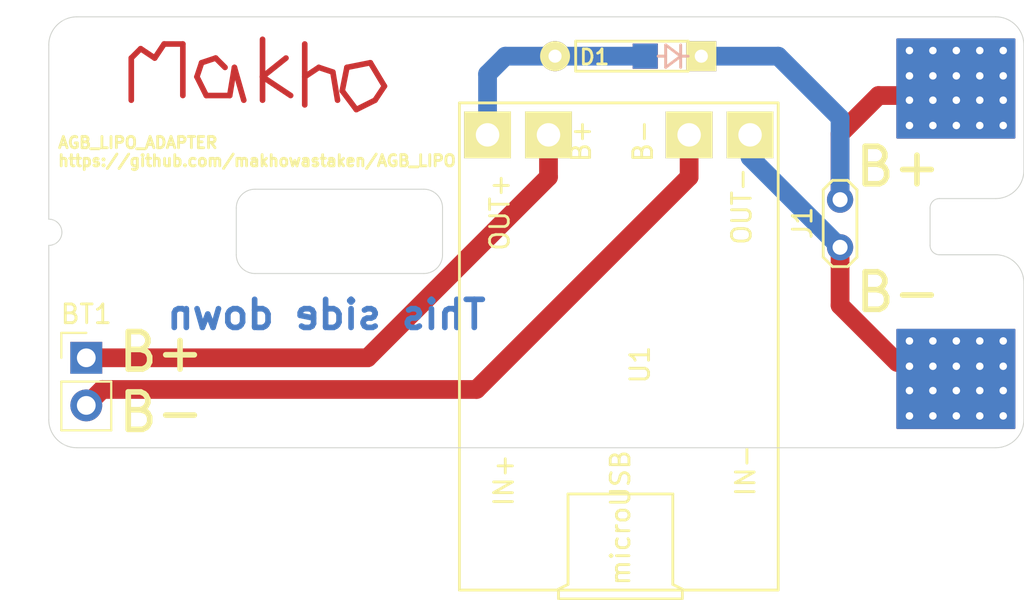
<source format=kicad_pcb>
(kicad_pcb (version 20171130) (host pcbnew "(5.1.5)-2")

  (general
    (thickness 1.6)
    (drawings 40)
    (tracks 61)
    (zones 0)
    (modules 5)
    (nets 6)
  )

  (page A4)
  (layers
    (0 F.Cu signal)
    (31 B.Cu signal)
    (32 B.Adhes user)
    (33 F.Adhes user)
    (34 B.Paste user)
    (35 F.Paste user)
    (36 B.SilkS user)
    (37 F.SilkS user)
    (38 B.Mask user)
    (39 F.Mask user)
    (40 Dwgs.User user)
    (41 Cmts.User user)
    (42 Eco1.User user)
    (43 Eco2.User user)
    (44 Edge.Cuts user)
    (45 Margin user)
    (46 B.CrtYd user)
    (47 F.CrtYd user)
    (48 B.Fab user)
    (49 F.Fab user)
  )

  (setup
    (last_trace_width 1)
    (user_trace_width 1)
    (trace_clearance 0.2)
    (zone_clearance 0.508)
    (zone_45_only no)
    (trace_min 0.2)
    (via_size 0.8)
    (via_drill 0.4)
    (via_min_size 0.4)
    (via_min_drill 0.3)
    (uvia_size 0.3)
    (uvia_drill 0.1)
    (uvias_allowed no)
    (uvia_min_size 0.2)
    (uvia_min_drill 0.1)
    (edge_width 0.05)
    (segment_width 0.2)
    (pcb_text_width 0.3)
    (pcb_text_size 1.5 1.5)
    (mod_edge_width 0.12)
    (mod_text_size 1 1)
    (mod_text_width 0.15)
    (pad_size 1.524 1.524)
    (pad_drill 0.762)
    (pad_to_mask_clearance 0.051)
    (solder_mask_min_width 0.25)
    (aux_axis_origin 0 0)
    (visible_elements 7FFFFFFF)
    (pcbplotparams
      (layerselection 0x010f0_ffffffff)
      (usegerberextensions true)
      (usegerberattributes false)
      (usegerberadvancedattributes false)
      (creategerberjobfile false)
      (excludeedgelayer true)
      (linewidth 0.100000)
      (plotframeref false)
      (viasonmask false)
      (mode 1)
      (useauxorigin false)
      (hpglpennumber 1)
      (hpglpenspeed 20)
      (hpglpendiameter 15.000000)
      (psnegative false)
      (psa4output false)
      (plotreference true)
      (plotvalue true)
      (plotinvisibletext false)
      (padsonsilk false)
      (subtractmaskfromsilk false)
      (outputformat 1)
      (mirror false)
      (drillshape 0)
      (scaleselection 1)
      (outputdirectory "gerbers/"))
  )

  (net 0 "")
  (net 1 "Net-(BT1-Pad2)")
  (net 2 "Net-(BT1-Pad1)")
  (net 3 "Net-(D1-Pad2)")
  (net 4 "Net-(D1-Pad1)")
  (net 5 "Net-(J1-Pad1)")

  (net_class Default "This is the default net class."
    (clearance 0.2)
    (trace_width 0.25)
    (via_dia 0.8)
    (via_drill 0.4)
    (uvia_dia 0.3)
    (uvia_drill 0.1)
    (add_net "Net-(BT1-Pad1)")
    (add_net "Net-(BT1-Pad2)")
    (add_net "Net-(D1-Pad1)")
    (add_net "Net-(D1-Pad2)")
    (add_net "Net-(J1-Pad1)")
  )

  (module misc_footprints:makho_fmask (layer F.Cu) (tedit 5E2E043C) (tstamp 5E2E662F)
    (at 85.9 22.5)
    (fp_text reference REF** (at -3 4) (layer F.SilkS) hide
      (effects (font (size 1 1) (thickness 0.15)))
    )
    (fp_text value makho_fmask (at 0 -3.25) (layer F.Fab)
      (effects (font (size 1 1) (thickness 0.15)))
    )
    (fp_line (start 2.75 -1.75) (end 2.75 1.5) (layer F.Mask) (width 0.3))
    (fp_line (start 1.75 -1) (end 0.5 0) (layer F.Mask) (width 0.3))
    (fp_line (start 4.75 0.75) (end 5.5 1.75) (layer F.Mask) (width 0.3))
    (fp_line (start 5.5 1.75) (end 6.5 1.25) (layer F.Mask) (width 0.3))
    (fp_line (start 3.5 -0.5) (end 4.25 -0.25) (layer F.Mask) (width 0.3))
    (fp_line (start 5 -0.5) (end 4.75 0.75) (layer F.Mask) (width 0.3))
    (fp_line (start 2.75 0) (end 3.5 -0.5) (layer F.Mask) (width 0.3))
    (fp_line (start 0.5 0) (end 2 1) (layer F.Mask) (width 0.3))
    (fp_line (start 0.5 -2) (end 0.5 1.25) (layer F.Mask) (width 0.3))
    (fp_line (start -1 -0.5) (end -0.5 1.25) (layer F.Mask) (width 0.3))
    (fp_line (start -3 0) (end -2.5 1) (layer F.Mask) (width 0.3))
    (fp_line (start -2.75 -0.75) (end -3 0) (layer F.Mask) (width 0.3))
    (fp_line (start -3.75 -1.75) (end -3.75 1) (layer F.Mask) (width 0.3))
    (fp_line (start 6.25 -0.75) (end 5 -0.5) (layer F.Mask) (width 0.3))
    (fp_line (start -2.5 1) (end -1.25 1) (layer F.Mask) (width 0.3))
    (fp_line (start 4.25 -0.25) (end 4.5 1.25) (layer F.Mask) (width 0.3))
    (fp_line (start -2 -1) (end -2.75 -0.75) (layer F.Mask) (width 0.3))
    (fp_line (start 6.5 1.25) (end 7 0.5) (layer F.Mask) (width 0.3))
    (fp_line (start -1.25 1) (end -1 -0.5) (layer F.Mask) (width 0.3))
    (fp_line (start -1.5 -0.5) (end -2 -1) (layer F.Mask) (width 0.3))
    (fp_line (start 7 0.5) (end 6.25 -0.75) (layer F.Mask) (width 0.3))
    (fp_line (start -4.75 -1.75) (end -3.75 -1.75) (layer F.Cu) (width 0.3))
    (fp_line (start -6 -1.5) (end -5.25 -1) (layer F.Mask) (width 0.3))
    (fp_line (start -5.25 -1) (end -4.75 -1.75) (layer F.Mask) (width 0.3))
    (fp_line (start -6.5 -1) (end -6 -1.5) (layer F.Mask) (width 0.3))
    (fp_line (start -6.5 1.25) (end -6.5 -1) (layer F.Mask) (width 0.3))
    (fp_line (start -7.5 -2.5) (end -7.5 2.5) (layer Dwgs.User) (width 0.15))
    (fp_line (start -7.5 -2.5) (end 7.5 -2.5) (layer Dwgs.User) (width 0.15))
    (fp_line (start 7.5 2.5) (end 7.5 -2.5) (layer Dwgs.User) (width 0.15))
    (fp_line (start -7.5 2.5) (end 7.5 2.5) (layer Dwgs.User) (width 0.15))
    (fp_line (start -6.5 1.25) (end -6.5 -1) (layer F.Cu) (width 0.3))
    (fp_line (start -6.5 -1) (end -6 -1.5) (layer F.Cu) (width 0.3))
    (fp_line (start -6 -1.5) (end -5.25 -1) (layer F.Cu) (width 0.3))
    (fp_line (start -5.25 -1) (end -4.75 -1.75) (layer F.Cu) (width 0.3))
    (fp_line (start -4.75 -1.75) (end -3.75 -1.75) (layer F.Mask) (width 0.3))
    (fp_line (start -3.75 -1.75) (end -3.75 1) (layer F.Cu) (width 0.3))
    (fp_line (start -1.5 -0.5) (end -2 -1) (layer F.Cu) (width 0.3))
    (fp_line (start -2 -1) (end -2.75 -0.75) (layer F.Cu) (width 0.3))
    (fp_line (start -2.75 -0.75) (end -3 0) (layer F.Cu) (width 0.3))
    (fp_line (start -3 0) (end -2.5 1) (layer F.Cu) (width 0.3))
    (fp_line (start -2.5 1) (end -1.25 1) (layer F.Cu) (width 0.3))
    (fp_line (start -1.25 1) (end -1 -0.5) (layer F.Cu) (width 0.3))
    (fp_line (start -1 -0.5) (end -0.5 1.25) (layer F.Cu) (width 0.3))
    (fp_line (start 0.5 -2) (end 0.5 1.25) (layer F.Cu) (width 0.3))
    (fp_line (start 1.75 -1) (end 0.5 0) (layer F.Cu) (width 0.3))
    (fp_line (start 0.5 0) (end 2 1) (layer F.Cu) (width 0.3))
    (fp_line (start 2.75 -1.75) (end 2.75 1.5) (layer F.Cu) (width 0.3))
    (fp_line (start 2.75 0) (end 3.5 -0.5) (layer F.Cu) (width 0.3))
    (fp_line (start 3.5 -0.5) (end 4.25 -0.25) (layer F.Cu) (width 0.3))
    (fp_line (start 4.25 -0.25) (end 4.5 1.25) (layer F.Cu) (width 0.3))
    (fp_line (start 6.25 -0.75) (end 5 -0.5) (layer F.Cu) (width 0.3))
    (fp_line (start 5 -0.5) (end 4.75 0.75) (layer F.Cu) (width 0.3))
    (fp_line (start 4.75 0.75) (end 5.5 1.75) (layer F.Cu) (width 0.3))
    (fp_line (start 5.5 1.75) (end 6.5 1.25) (layer F.Cu) (width 0.3))
    (fp_line (start 6.5 1.25) (end 7 0.5) (layer F.Cu) (width 0.3))
    (fp_line (start 7 0.5) (end 6.25 -0.75) (layer F.Cu) (width 0.3))
  )

  (module misc_footprints:4056E_LiIon_loader (layer F.Cu) (tedit 5E2DFE2C) (tstamp 5E2E4B01)
    (at 105.4 36.6 90)
    (path /5E2E0507)
    (fp_text reference U1 (at -1.266 1.13 90) (layer F.SilkS)
      (effects (font (size 1 1) (thickness 0.15)))
    )
    (fp_text value tp4056_board-tp4056 (at 0.66 -3.46 90) (layer F.Fab)
      (effects (font (size 1 1) (thickness 0.15)))
    )
    (fp_line (start 12.706 -8.5) (end 12.706 8.5) (layer F.SilkS) (width 0.15))
    (fp_line (start -13.296 8.5) (end -13.296 -8.5) (layer F.SilkS) (width 0.15))
    (fp_text user IN+ (at -7.43 -6.13 90) (layer F.SilkS)
      (effects (font (size 1 1) (thickness 0.15)))
    )
    (fp_text user IN- (at -6.9 6.76 90) (layer F.SilkS)
      (effects (font (size 1 1) (thickness 0.15)))
    )
    (fp_text user OUT+ (at 6.87 -6.348 90) (layer F.SilkS)
      (effects (font (size 1 1) (thickness 0.15)))
    )
    (fp_text user OUT- (at 7.19 6.556 90) (layer F.SilkS)
      (effects (font (size 1 1) (thickness 0.15)))
    )
    (fp_text user B+ (at 10.674 -2.012 90) (layer F.SilkS)
      (effects (font (size 1 1) (thickness 0.15)))
    )
    (fp_text user B- (at 10.674 1.29 90) (layer F.SilkS)
      (effects (font (size 1 1) (thickness 0.15)))
    )
    (fp_line (start -8.168 2.88) (end -12.74 2.88) (layer F.SilkS) (width 0.15))
    (fp_line (start -8.168 -2.708) (end -8.168 2.88) (layer F.SilkS) (width 0.15))
    (fp_line (start -12.994 -2.708) (end -8.168 -2.708) (layer F.SilkS) (width 0.15))
    (fp_line (start -13.248 -3.216) (end -12.994 -2.708) (layer F.SilkS) (width 0.15))
    (fp_line (start -13.756 -3.216) (end -13.248 -3.216) (layer F.SilkS) (width 0.15))
    (fp_line (start -12.994 2.88) (end -12.74 2.88) (layer F.SilkS) (width 0.15))
    (fp_line (start -13.248 3.388) (end -12.994 2.88) (layer F.SilkS) (width 0.15))
    (fp_line (start -13.756 3.388) (end -13.248 3.388) (layer F.SilkS) (width 0.15))
    (fp_text user microUSB (at -9.438 0.086 270) (layer F.SilkS)
      (effects (font (size 1 1) (thickness 0.15)))
    )
    (fp_line (start -13.77 3.36) (end -13.77 -3.19) (layer F.SilkS) (width 0.15))
    (fp_line (start -13.3 -8.5) (end 12.7 -8.5) (layer F.SilkS) (width 0.15))
    (fp_line (start -13.29 8.5) (end 12.7 8.5) (layer F.SilkS) (width 0.15))
    (pad 4 thru_hole rect (at 11 3.75 90) (size 2.5 2.5) (drill 1.25) (layers *.Cu *.Mask F.SilkS)
      (net 1 "Net-(BT1-Pad2)"))
    (pad 3 thru_hole rect (at 11 -3.75 90) (size 2.5 2.5) (drill 1.25) (layers *.Cu *.Mask F.SilkS)
      (net 2 "Net-(BT1-Pad1)"))
    (pad 5 thru_hole rect (at 11 -7 90) (size 2.5 2.5) (drill 1.25) (layers *.Cu *.Mask F.SilkS)
      (net 3 "Net-(D1-Pad2)"))
    (pad 6 thru_hole rect (at 11 7 90) (size 2.5 2.5) (drill 1.25) (layers *.Cu *.Mask F.SilkS)
      (net 5 "Net-(J1-Pad1)"))
  )

  (module TestPoint:TestPoint_2Pads_Pitch2.54mm_Drill0.8mm (layer F.Cu) (tedit 5A0F774F) (tstamp 5E2E495F)
    (at 117.2 31.6 90)
    (descr "Test point with 2 pins, pitch 2.54mm, drill diameter 0.8mm")
    (tags "CONN DEV")
    (path /5E2E1CEE)
    (attr virtual)
    (fp_text reference J1 (at 1.3 -2 90) (layer F.SilkS)
      (effects (font (size 1 1) (thickness 0.15)))
    )
    (fp_text value Conn_01x02_Male (at 1.27 2 90) (layer F.Fab)
      (effects (font (size 1 1) (thickness 0.15)))
    )
    (fp_line (start -1.03 -0.4) (end -0.53 -0.9) (layer F.SilkS) (width 0.15))
    (fp_line (start -1.03 0.4) (end -1.03 -0.4) (layer F.SilkS) (width 0.15))
    (fp_line (start -0.53 0.9) (end -1.03 0.4) (layer F.SilkS) (width 0.15))
    (fp_line (start 3.07 0.9) (end -0.53 0.9) (layer F.SilkS) (width 0.15))
    (fp_line (start 3.57 0.4) (end 3.07 0.9) (layer F.SilkS) (width 0.15))
    (fp_line (start 3.57 -0.4) (end 3.57 0.4) (layer F.SilkS) (width 0.15))
    (fp_line (start 3.07 -0.9) (end 3.57 -0.4) (layer F.SilkS) (width 0.15))
    (fp_line (start -0.53 -0.9) (end 3.07 -0.9) (layer F.SilkS) (width 0.15))
    (fp_line (start -1.3 0.5) (end -0.65 1.15) (layer F.CrtYd) (width 0.05))
    (fp_line (start -1.3 -0.5) (end -1.3 0.5) (layer F.CrtYd) (width 0.05))
    (fp_line (start -0.65 -1.15) (end -1.3 -0.5) (layer F.CrtYd) (width 0.05))
    (fp_line (start 3.15 -1.15) (end -0.65 -1.15) (layer F.CrtYd) (width 0.05))
    (fp_line (start 3.8 -0.5) (end 3.15 -1.15) (layer F.CrtYd) (width 0.05))
    (fp_line (start 3.8 0.5) (end 3.8 -0.5) (layer F.CrtYd) (width 0.05))
    (fp_line (start 3.15 1.15) (end 3.8 0.5) (layer F.CrtYd) (width 0.05))
    (fp_line (start -0.65 1.15) (end 3.15 1.15) (layer F.CrtYd) (width 0.05))
    (fp_text user %R (at 1.3 -2 90) (layer F.Fab)
      (effects (font (size 1 1) (thickness 0.15)))
    )
    (pad 2 thru_hole circle (at 2.54 0 90) (size 1.4 1.4) (drill 0.8) (layers *.Cu *.Mask)
      (net 4 "Net-(D1-Pad1)"))
    (pad 1 thru_hole circle (at 0 0 90) (size 1.4 1.4) (drill 0.8) (layers *.Cu *.Mask)
      (net 5 "Net-(J1-Pad1)"))
  )

  (module misc_footprints:Diode-hybrid-3pad (layer F.Cu) (tedit 59509714) (tstamp 5E2E4948)
    (at 105.9 21.4)
    (path /5E2E0B2B)
    (attr smd)
    (fp_text reference D1 (at -1.8 0.0508) (layer F.SilkS)
      (effects (font (size 0.8 0.8) (thickness 0.15)))
    )
    (fp_text value D (at 0 -1.925) (layer F.SilkS) hide
      (effects (font (size 0.8 0.8) (thickness 0.15)))
    )
    (fp_line (start 2 -0.6) (end 2 0.6) (layer F.SilkS) (width 0.15))
    (fp_line (start 2.8 -0.6) (end 2.8 0.6) (layer F.SilkS) (width 0.15))
    (fp_line (start 2.8 0) (end 2 -0.6) (layer B.SilkS) (width 0.15))
    (fp_line (start 2 -0.6) (end 2 0.6) (layer B.SilkS) (width 0.15))
    (fp_line (start 2 0.6) (end 2.8 0) (layer B.SilkS) (width 0.15))
    (fp_line (start 2.8 -0.6) (end 2.8 0.6) (layer B.SilkS) (width 0.15))
    (fp_line (start 2 -0.6) (end 2.8 0) (layer F.SilkS) (width 0.15))
    (fp_line (start 2.8 0) (end 2 0.6) (layer F.SilkS) (width 0.15))
    (fp_line (start 2.8 0) (end 3.2 0) (layer F.SilkS) (width 0.15))
    (fp_line (start 2 0) (end 1.6 0) (layer F.SilkS) (width 0.15))
    (fp_line (start 2 0) (end 1.6 0) (layer B.SilkS) (width 0.15))
    (fp_line (start 2.8 0) (end 3.2 0) (layer B.SilkS) (width 0.15))
    (fp_line (start -2.8 -0.8) (end -2.8 0.8) (layer F.SilkS) (width 0.15))
    (fp_line (start -2.8 0.8) (end 3.2 0.8) (layer F.SilkS) (width 0.15))
    (fp_line (start 3.2 0.8) (end 3.2 -0.8) (layer F.SilkS) (width 0.15))
    (fp_line (start 3.2 -0.8) (end -2.8 -0.8) (layer F.SilkS) (width 0.15))
    (pad 2 smd rect (at -1.5 0) (size 4 0.25) (layers F.Cu)
      (net 3 "Net-(D1-Pad2)") (solder_mask_margin -999))
    (pad 1 thru_hole rect (at 3.9 0) (size 1.6 1.6) (drill 0.7) (layers *.Cu *.Mask F.SilkS)
      (net 4 "Net-(D1-Pad1)"))
    (pad 2 thru_hole circle (at -3.9 0) (size 1.6 1.6) (drill 0.7) (layers *.Cu *.Mask F.SilkS)
      (net 3 "Net-(D1-Pad2)"))
    (pad 2 smd rect (at 0.91 0) (size 1.34 1.34) (layers F.Cu F.Paste F.Mask)
      (net 3 "Net-(D1-Pad2)"))
    (pad 2 smd rect (at 0.91 0) (size 1.34 1.34) (layers B.Cu B.Paste B.Mask)
      (net 3 "Net-(D1-Pad2)"))
    (pad 2 smd rect (at -1.5 0) (size 4 0.25) (layers B.Cu)
      (net 3 "Net-(D1-Pad2)") (solder_mask_margin -999))
  )

  (module Connector_PinHeader_2.54mm:PinHeader_1x02_P2.54mm_Vertical (layer F.Cu) (tedit 59FED5CC) (tstamp 5E2E58FD)
    (at 77 37.5)
    (descr "Through hole straight pin header, 1x02, 2.54mm pitch, single row")
    (tags "Through hole pin header THT 1x02 2.54mm single row")
    (path /5E2E12D0)
    (fp_text reference BT1 (at 0 -2.33) (layer F.SilkS)
      (effects (font (size 1 1) (thickness 0.15)))
    )
    (fp_text value Battery_Cell (at 0 4.87) (layer F.Fab)
      (effects (font (size 1 1) (thickness 0.15)))
    )
    (fp_text user %R (at 0 1.27 90) (layer F.Fab)
      (effects (font (size 1 1) (thickness 0.15)))
    )
    (fp_line (start 1.8 -1.8) (end -1.8 -1.8) (layer F.CrtYd) (width 0.05))
    (fp_line (start 1.8 4.35) (end 1.8 -1.8) (layer F.CrtYd) (width 0.05))
    (fp_line (start -1.8 4.35) (end 1.8 4.35) (layer F.CrtYd) (width 0.05))
    (fp_line (start -1.8 -1.8) (end -1.8 4.35) (layer F.CrtYd) (width 0.05))
    (fp_line (start -1.33 -1.33) (end 0 -1.33) (layer F.SilkS) (width 0.12))
    (fp_line (start -1.33 0) (end -1.33 -1.33) (layer F.SilkS) (width 0.12))
    (fp_line (start -1.33 1.27) (end 1.33 1.27) (layer F.SilkS) (width 0.12))
    (fp_line (start 1.33 1.27) (end 1.33 3.87) (layer F.SilkS) (width 0.12))
    (fp_line (start -1.33 1.27) (end -1.33 3.87) (layer F.SilkS) (width 0.12))
    (fp_line (start -1.33 3.87) (end 1.33 3.87) (layer F.SilkS) (width 0.12))
    (fp_line (start -1.27 -0.635) (end -0.635 -1.27) (layer F.Fab) (width 0.1))
    (fp_line (start -1.27 3.81) (end -1.27 -0.635) (layer F.Fab) (width 0.1))
    (fp_line (start 1.27 3.81) (end -1.27 3.81) (layer F.Fab) (width 0.1))
    (fp_line (start 1.27 -1.27) (end 1.27 3.81) (layer F.Fab) (width 0.1))
    (fp_line (start -0.635 -1.27) (end 1.27 -1.27) (layer F.Fab) (width 0.1))
    (pad 2 thru_hole oval (at 0 2.54) (size 1.7 1.7) (drill 1) (layers *.Cu *.Mask)
      (net 1 "Net-(BT1-Pad2)"))
    (pad 1 thru_hole rect (at 0 0) (size 1.7 1.7) (drill 1) (layers *.Cu *.Mask)
      (net 2 "Net-(BT1-Pad1)"))
    (model ${KISYS3DMOD}/Connector_PinHeader_2.54mm.3dshapes/PinHeader_1x02_P2.54mm_Vertical.wrl
      (at (xyz 0 0 0))
      (scale (xyz 1 1 1))
      (rotate (xyz 0 0 0))
    )
  )

  (gr_text "AGB_LIPO_ADAPTER\nhttps://github.com/makhowastaken/AGB_LIPO" (at 75.421429 26.5) (layer F.SilkS)
    (effects (font (size 0.6 0.6) (thickness 0.15)) (justify left))
  )
  (gr_text B- (at 120.3 34) (layer F.SilkS) (tstamp 5E2E59D5)
    (effects (font (size 2 2) (thickness 0.3)))
  )
  (gr_text B+ (at 120.3 27.3) (layer F.SilkS) (tstamp 5E2E59D5)
    (effects (font (size 2 2) (thickness 0.3)))
  )
  (gr_text "This side down" (at 89.8 35.2) (layer B.Mask) (tstamp 5E2E59C1)
    (effects (font (size 1.5 1.5) (thickness 0.3)) (justify mirror))
  )
  (gr_text "This side down" (at 89.8 35.2) (layer B.Cu)
    (effects (font (size 1.5 1.5) (thickness 0.3)) (justify mirror))
  )
  (gr_text "B+\nB-" (at 81 38.8) (layer F.SilkS)
    (effects (font (size 2 2) (thickness 0.3)))
  )
  (gr_poly (pts (xy 126.5 41.25) (xy 120.25 41.25) (xy 120.25 36) (xy 126.5 36)) (layer B.Mask) (width 0.1) (tstamp 5E2E4E60))
  (gr_poly (pts (xy 126.5 41.25) (xy 120.25 41.25) (xy 120.25 36) (xy 126.5 36)) (layer B.Cu) (width 0.1) (tstamp 5E2E4E60))
  (gr_poly (pts (xy 126.5 41.25) (xy 120.25 41.25) (xy 120.25 36) (xy 126.5 36)) (layer F.Cu) (width 0.1))
  (gr_poly (pts (xy 126.5 41.25) (xy 120.25 41.25) (xy 120.25 36) (xy 126.5 36)) (layer F.Mask) (width 0.1) (tstamp 5E2E4BED))
  (gr_poly (pts (xy 126.5 25.75) (xy 120.25 25.75) (xy 120.25 20.5) (xy 126.5 20.5)) (layer B.Mask) (width 0.1) (tstamp 5E2E4E60))
  (gr_poly (pts (xy 126.5 25.75) (xy 120.25 25.75) (xy 120.25 20.5) (xy 126.5 20.5)) (layer B.Cu) (width 0.1) (tstamp 5E2E4E60))
  (gr_arc (start 122.5 31.5) (end 122 31.5) (angle -90) (layer Edge.Cuts) (width 0.05))
  (gr_arc (start 122.5 29.5) (end 122.5 29) (angle -90) (layer Edge.Cuts) (width 0.05))
  (gr_poly (pts (xy 126.5 25.75) (xy 120.25 25.75) (xy 120.25 20.5) (xy 126.5 20.5)) (layer F.Mask) (width 0.1) (tstamp 5E2E4BEC))
  (gr_poly (pts (xy 126.5 25.75) (xy 120.25 25.75) (xy 120.25 20.5) (xy 126.5 20.5)) (layer F.Cu) (width 0.1) (tstamp 5E2E4BE7))
  (gr_arc (start 86 29.5) (end 86 28.5) (angle -90) (layer Edge.Cuts) (width 0.05) (tstamp 5E2E4BCF))
  (gr_arc (start 86 32) (end 85 32) (angle -90) (layer Edge.Cuts) (width 0.05) (tstamp 5E2E4BCF))
  (gr_arc (start 95 32) (end 95 33) (angle -90) (layer Edge.Cuts) (width 0.05) (tstamp 5E2E4BCF))
  (gr_arc (start 95 29.5) (end 96 29.5) (angle -90) (layer Edge.Cuts) (width 0.05))
  (gr_arc (start 76.5 40.8) (end 75 40.8) (angle -90) (layer Edge.Cuts) (width 0.05) (tstamp 5E2E4A58))
  (gr_arc (start 125.5 40.8) (end 125.5 42.3) (angle -90) (layer Edge.Cuts) (width 0.05) (tstamp 5E2E4D3E))
  (gr_arc (start 125.5 33.5) (end 127 33.5) (angle -90) (layer Edge.Cuts) (width 0.05) (tstamp 5E2E4D41))
  (gr_arc (start 125.5 27.5) (end 125.5 29) (angle -90) (layer Edge.Cuts) (width 0.05) (tstamp 5E2E4D3B))
  (gr_arc (start 125.5 20.8) (end 127 20.8) (angle -90) (layer Edge.Cuts) (width 0.05) (tstamp 5E2E4D35))
  (gr_arc (start 76.5 20.8) (end 76.5 19.3) (angle -90) (layer Edge.Cuts) (width 0.05))
  (gr_line (start 75 40.8) (end 75 31.5) (layer Edge.Cuts) (width 0.05) (tstamp 5E2E4A36))
  (gr_arc (start 75 30.8) (end 75 31.5) (angle -180) (layer Edge.Cuts) (width 0.05) (tstamp 5E2E4A33))
  (gr_line (start 127 33.5) (end 127 40.8) (layer Edge.Cuts) (width 0.05) (tstamp 5E2E4D2F))
  (gr_line (start 127 27.5) (end 127 20.8) (layer Edge.Cuts) (width 0.05) (tstamp 5E2E4D44))
  (gr_line (start 122.5 29) (end 125.5 29) (layer Edge.Cuts) (width 0.05) (tstamp 5E2E4D38))
  (gr_line (start 122 31.5) (end 122 29.5) (layer Edge.Cuts) (width 0.05) (tstamp 5E2E4D2C))
  (gr_line (start 125.5 32) (end 122.5 32) (layer Edge.Cuts) (width 0.05) (tstamp 5E2E4D32))
  (gr_line (start 95 33) (end 86 33) (layer Edge.Cuts) (width 0.05) (tstamp 5E2E4A51))
  (gr_line (start 96 29.5) (end 96 32) (layer Edge.Cuts) (width 0.05) (tstamp 5E2E4A3F))
  (gr_line (start 86 28.5) (end 95 28.5) (layer Edge.Cuts) (width 0.05) (tstamp 5E2E4A4E))
  (gr_line (start 85 32) (end 85 29.5) (layer Edge.Cuts) (width 0.05) (tstamp 5E2E4A48))
  (gr_line (start 76.5 19.3) (end 125.5 19.3) (layer Edge.Cuts) (width 0.05) (tstamp 5E2E4A4B))
  (gr_line (start 75 30.1) (end 75 20.8) (layer Edge.Cuts) (width 0.05) (tstamp 5E2E4A3C))
  (gr_line (start 76.5 42.3) (end 125.5 42.3) (layer Edge.Cuts) (width 0.05) (tstamp 5E2E4A42))

  (via (at 122.15 21.1) (size 0.8) (drill 0.4) (layers F.Cu B.Cu) (net 0) (tstamp 5E2E4F56))
  (via (at 120.9 23.75) (size 0.8) (drill 0.4) (layers F.Cu B.Cu) (net 4) (tstamp 5E2E4F57))
  (via (at 125.9 25.1) (size 0.8) (drill 0.4) (layers F.Cu B.Cu) (net 0) (tstamp 5E2E4F58))
  (via (at 124.65 25.1) (size 0.8) (drill 0.4) (layers F.Cu B.Cu) (net 0) (tstamp 5E2E4F59))
  (via (at 122.15 22.45) (size 0.8) (drill 0.4) (layers F.Cu B.Cu) (net 0) (tstamp 5E2E4F5A))
  (via (at 125.9 23.75) (size 0.8) (drill 0.4) (layers F.Cu B.Cu) (net 0) (tstamp 5E2E4F5B))
  (via (at 124.65 21.1) (size 0.8) (drill 0.4) (layers F.Cu B.Cu) (net 0) (tstamp 5E2E4F5C))
  (via (at 124.65 22.45) (size 0.8) (drill 0.4) (layers F.Cu B.Cu) (net 0) (tstamp 5E2E4F5D))
  (via (at 125.9 21.1) (size 0.8) (drill 0.4) (layers F.Cu B.Cu) (net 0) (tstamp 5E2E4F5E))
  (via (at 122.15 25.1) (size 0.8) (drill 0.4) (layers F.Cu B.Cu) (net 0) (tstamp 5E2E4F5F))
  (via (at 120.9 21.1) (size 0.8) (drill 0.4) (layers F.Cu B.Cu) (net 0) (tstamp 5E2E4F60))
  (via (at 125.9 22.45) (size 0.8) (drill 0.4) (layers F.Cu B.Cu) (net 0) (tstamp 5E2E4F61))
  (via (at 123.4 25.1) (size 0.8) (drill 0.4) (layers F.Cu B.Cu) (net 0) (tstamp 5E2E4F62))
  (via (at 120.9 25.1) (size 0.8) (drill 0.4) (layers F.Cu B.Cu) (net 0) (tstamp 5E2E4F63))
  (via (at 120.9 22.45) (size 0.8) (drill 0.4) (layers F.Cu B.Cu) (net 0) (tstamp 5E2E4F64))
  (via (at 124.65 23.75) (size 0.8) (drill 0.4) (layers F.Cu B.Cu) (net 0) (tstamp 5E2E4F65))
  (via (at 123.4 23.75) (size 0.8) (drill 0.4) (layers F.Cu B.Cu) (net 0) (tstamp 5E2E4F66))
  (via (at 123.4 21.1) (size 0.8) (drill 0.4) (layers F.Cu B.Cu) (net 0) (tstamp 5E2E4F67))
  (via (at 122.15 23.75) (size 0.8) (drill 0.4) (layers F.Cu B.Cu) (net 4) (tstamp 5E2E4F68))
  (via (at 123.4 22.45) (size 0.8) (drill 0.4) (layers F.Cu B.Cu) (net 0) (tstamp 5E2E4F69))
  (via (at 122.15 36.6) (size 0.8) (drill 0.4) (layers F.Cu B.Cu) (net 0) (tstamp 5E2E4F56))
  (via (at 120.9 39.25) (size 0.8) (drill 0.4) (layers F.Cu B.Cu) (net 0) (tstamp 5E2E4F57))
  (via (at 125.9 40.6) (size 0.8) (drill 0.4) (layers F.Cu B.Cu) (net 0) (tstamp 5E2E4F58))
  (via (at 124.65 40.6) (size 0.8) (drill 0.4) (layers F.Cu B.Cu) (net 0) (tstamp 5E2E4F59))
  (via (at 122.15 37.95) (size 0.8) (drill 0.4) (layers F.Cu B.Cu) (net 0) (tstamp 5E2E4F5A))
  (via (at 125.9 39.25) (size 0.8) (drill 0.4) (layers F.Cu B.Cu) (net 0) (tstamp 5E2E4F5B))
  (via (at 124.65 36.6) (size 0.8) (drill 0.4) (layers F.Cu B.Cu) (net 0) (tstamp 5E2E4F5C))
  (via (at 124.65 37.95) (size 0.8) (drill 0.4) (layers F.Cu B.Cu) (net 0) (tstamp 5E2E4F5D))
  (via (at 125.9 36.6) (size 0.8) (drill 0.4) (layers F.Cu B.Cu) (net 0) (tstamp 5E2E4F5E))
  (via (at 122.15 40.6) (size 0.8) (drill 0.4) (layers F.Cu B.Cu) (net 0) (tstamp 5E2E4F5F))
  (via (at 120.9 36.6) (size 0.8) (drill 0.4) (layers F.Cu B.Cu) (net 0) (tstamp 5E2E4F60))
  (via (at 125.9 37.95) (size 0.8) (drill 0.4) (layers F.Cu B.Cu) (net 0) (tstamp 5E2E4F61))
  (via (at 123.4 40.6) (size 0.8) (drill 0.4) (layers F.Cu B.Cu) (net 0) (tstamp 5E2E4F62))
  (via (at 120.9 40.6) (size 0.8) (drill 0.4) (layers F.Cu B.Cu) (net 0) (tstamp 5E2E4F63))
  (via (at 120.9 37.95) (size 0.8) (drill 0.4) (layers F.Cu B.Cu) (net 0) (tstamp 5E2E4F64))
  (via (at 124.65 39.25) (size 0.8) (drill 0.4) (layers F.Cu B.Cu) (net 0) (tstamp 5E2E4F65))
  (via (at 123.4 39.25) (size 0.8) (drill 0.4) (layers F.Cu B.Cu) (net 0) (tstamp 5E2E4F66))
  (via (at 123.4 36.6) (size 0.8) (drill 0.4) (layers F.Cu B.Cu) (net 0) (tstamp 5E2E4F67))
  (via (at 122.15 39.25) (size 0.8) (drill 0.4) (layers F.Cu B.Cu) (net 0) (tstamp 5E2E4F68))
  (via (at 123.4 37.95) (size 0.8) (drill 0.4) (layers F.Cu B.Cu) (net 0) (tstamp 5E2E4F69))
  (segment (start 97.809999 39.190001) (end 109.15 27.85) (width 1) (layer F.Cu) (net 1))
  (segment (start 109.15 27.85) (end 109.15 25.6) (width 1) (layer F.Cu) (net 1))
  (segment (start 77.849999 39.190001) (end 97.809999 39.190001) (width 1) (layer F.Cu) (net 1))
  (segment (start 77 40.04) (end 77.849999 39.190001) (width 1) (layer F.Cu) (net 1))
  (segment (start 101.65 27.85) (end 101.65 25.6) (width 1) (layer F.Cu) (net 2))
  (segment (start 92 37.5) (end 101.65 27.85) (width 1) (layer F.Cu) (net 2))
  (segment (start 77 37.5) (end 92 37.5) (width 1) (layer F.Cu) (net 2))
  (segment (start 102 21.4) (end 99.35 21.4) (width 1) (layer B.Cu) (net 3))
  (segment (start 98.4 22.35) (end 98.4 25.6) (width 1) (layer B.Cu) (net 3))
  (segment (start 99.35 21.4) (end 98.4 22.35) (width 1) (layer B.Cu) (net 3))
  (segment (start 102 21.4) (end 106.81 21.4) (width 1) (layer B.Cu) (net 3))
  (segment (start 117.2 29.06) (end 117.2 25.55) (width 1) (layer F.Cu) (net 4))
  (segment (start 117.2 25.55) (end 119.25 23.5) (width 1) (layer F.Cu) (net 4))
  (segment (start 117.2 29.06) (end 117.2 24.7) (width 1) (layer B.Cu) (net 4))
  (segment (start 113.9 21.4) (end 109.8 21.4) (width 1) (layer B.Cu) (net 4))
  (segment (start 117.2 24.7) (end 113.9 21.4) (width 1) (layer B.Cu) (net 4))
  (segment (start 119.25 23.5) (end 122.5 23.5) (width 1) (layer F.Cu) (net 4))
  (segment (start 117.2 31.6) (end 117.2 34.7) (width 1) (layer F.Cu) (net 5))
  (segment (start 117.2 34.7) (end 120.25 37.75) (width 1) (layer F.Cu) (net 5))
  (segment (start 112.4 26.8) (end 112.4 25.6) (width 1) (layer B.Cu) (net 5))
  (segment (start 117.2 31.6) (end 112.4 26.8) (width 1) (layer B.Cu) (net 5))

)

</source>
